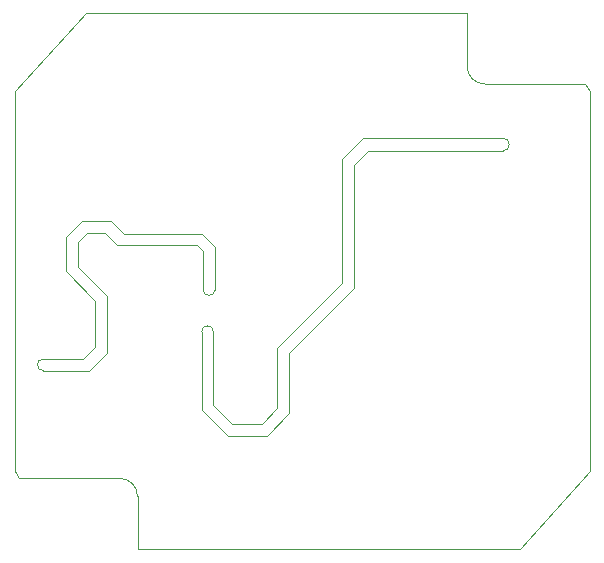
<source format=gbr>
%TF.GenerationSoftware,KiCad,Pcbnew,9.0.0*%
%TF.CreationDate,2025-03-25T19:49:10+01:00*%
%TF.ProjectId,raumtemp_relay,7261756d-7465-46d7-905f-72656c61792e,rev?*%
%TF.SameCoordinates,Original*%
%TF.FileFunction,Profile,NP*%
%FSLAX46Y46*%
G04 Gerber Fmt 4.6, Leading zero omitted, Abs format (unit mm)*
G04 Created by KiCad (PCBNEW 9.0.0) date 2025-03-25 19:49:10*
%MOMM*%
%LPD*%
G01*
G04 APERTURE LIST*
%TA.AperFunction,Profile*%
%ADD10C,0.050000*%
%TD*%
G04 APERTURE END LIST*
D10*
X161425000Y-72680000D02*
G75*
G02*
X161425000Y-73780000I0J-550000D01*
G01*
X147825000Y-74430000D02*
X149575000Y-72680000D01*
X149775000Y-72680000D02*
X149575000Y-72680000D01*
X147825000Y-74980000D02*
X147825000Y-74430000D01*
X161425000Y-72680000D02*
X149775000Y-72680000D01*
X150025000Y-73780000D02*
X161425000Y-73780000D01*
X148825000Y-74980000D02*
X150025000Y-73780000D01*
X128775000Y-81730000D02*
X135525000Y-81730000D01*
X135975000Y-80780000D02*
X129375000Y-80780000D01*
X129000000Y-101500000D02*
G75*
G02*
X130500000Y-103000000I0J-1500000D01*
G01*
X135925001Y-89080000D02*
G75*
G02*
X136924999Y-89080000I499999J0D01*
G01*
X136057892Y-85512892D02*
X136057892Y-82280000D01*
X128257892Y-79680000D02*
X128125000Y-79680000D01*
X127925000Y-90880000D02*
X126425000Y-92380000D01*
X147825000Y-84980000D02*
X147825000Y-74980000D01*
X138525000Y-96880000D02*
X141025000Y-96880000D01*
X135525000Y-81730000D02*
X136057892Y-82280000D01*
X127925000Y-86080000D02*
X127925000Y-90880000D01*
X148825000Y-85380000D02*
X143325000Y-90880000D01*
X125925000Y-91380000D02*
X126925000Y-90380000D01*
X124425000Y-83980000D02*
X124425000Y-81080000D01*
X138125000Y-97880000D02*
X135925000Y-95680000D01*
X137057892Y-85512892D02*
G75*
G02*
X136057892Y-85512892I-500000J0D01*
G01*
X135975000Y-80780000D02*
X137057892Y-81880000D01*
X159900000Y-68100000D02*
G75*
G02*
X158400000Y-66600000I0J1500000D01*
G01*
X158400000Y-66600000D02*
X158400000Y-62100000D01*
X168400000Y-68100000D02*
X159900000Y-68100000D01*
X158400000Y-62100000D02*
X126100000Y-62100000D01*
X125825000Y-79680000D02*
X124425000Y-81080000D01*
X142325000Y-90480000D02*
X147825000Y-84980000D01*
X141425000Y-97880000D02*
X138125000Y-97880000D01*
X137057892Y-85512892D02*
X137057892Y-81880000D01*
X127925000Y-86080000D02*
X125425000Y-83580000D01*
X126100000Y-62100000D02*
X120100000Y-68700000D01*
X130500000Y-103000000D02*
X130500000Y-107500000D01*
X130500000Y-107500000D02*
X162900000Y-107500000D01*
X168800000Y-68700000D02*
X168400000Y-68100000D01*
X120500000Y-101500000D02*
X129000000Y-101500000D01*
X127625000Y-80680000D02*
X127725000Y-80680000D01*
X122525000Y-91380000D02*
X125925000Y-91380000D01*
X126925000Y-86480000D02*
X124425000Y-83980000D01*
X125425000Y-81480000D02*
X125425000Y-83580000D01*
X126425000Y-92380000D02*
X126025000Y-92380000D01*
X127625000Y-80680000D02*
X126225000Y-80680000D01*
X135925000Y-95680000D02*
X135925000Y-89080000D01*
X162900000Y-107500000D02*
X168800000Y-100900000D01*
X136925000Y-89080000D02*
X136925000Y-95280000D01*
X125825000Y-79680000D02*
X128125000Y-79680000D01*
X142325000Y-95580000D02*
X142325000Y-90480000D01*
X120100000Y-100900000D02*
X120500000Y-101500000D01*
X129375000Y-80780000D02*
X128257892Y-79680000D01*
X141025000Y-96880000D02*
X142325000Y-95580000D01*
X120100000Y-68700000D02*
X120100000Y-100900000D01*
X136925000Y-95280000D02*
X138525000Y-96880000D01*
X143325000Y-95980000D02*
X141425000Y-97880000D01*
X148825000Y-74980000D02*
X148825000Y-85380000D01*
X125425000Y-81480000D02*
X126225000Y-80680000D01*
X143325000Y-90880000D02*
X143325000Y-95980000D01*
X168800000Y-100900000D02*
X168800000Y-68700000D01*
X126925000Y-90380000D02*
X126925000Y-86480000D01*
X122525000Y-92380000D02*
G75*
G02*
X122525000Y-91380000I0J500000D01*
G01*
X127725000Y-80680000D02*
X128775000Y-81730000D01*
X122525000Y-92380000D02*
X126025000Y-92380000D01*
M02*

</source>
